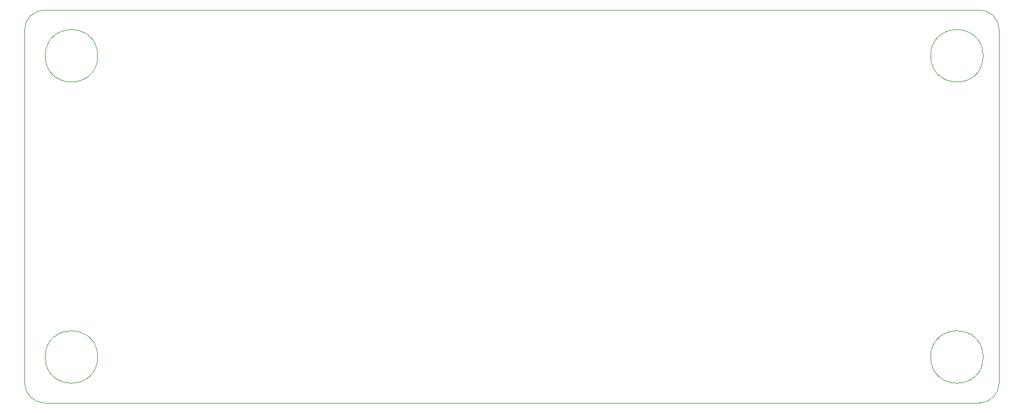
<source format=gbr>
%TF.GenerationSoftware,KiCad,Pcbnew,8.0.6*%
%TF.CreationDate,2025-04-09T11:05:23-07:00*%
%TF.ProjectId,SF_PCB_Rev1-2,53465f50-4342-45f5-9265-76312d322e6b,rev?*%
%TF.SameCoordinates,Original*%
%TF.FileFunction,Profile,NP*%
%FSLAX46Y46*%
G04 Gerber Fmt 4.6, Leading zero omitted, Abs format (unit mm)*
G04 Created by KiCad (PCBNEW 8.0.6) date 2025-04-09 11:05:23*
%MOMM*%
%LPD*%
G01*
G04 APERTURE LIST*
%TA.AperFunction,Profile*%
%ADD10C,0.100000*%
%TD*%
G04 APERTURE END LIST*
D10*
X206844999Y-54705359D02*
G75*
G02*
X198845001Y-54705359I-3999999J0D01*
G01*
X198845001Y-54705359D02*
G75*
G02*
X206844999Y-54705359I3999999J0D01*
G01*
X206285000Y-47705360D02*
G75*
G02*
X209285040Y-50705360I0J-3000040D01*
G01*
X206844999Y-100705360D02*
G75*
G02*
X198845001Y-100705360I-3999999J0D01*
G01*
X198845001Y-100705360D02*
G75*
G02*
X206844999Y-100705360I3999999J0D01*
G01*
X63715000Y-107705360D02*
G75*
G02*
X60715040Y-104705360I0J2999960D01*
G01*
X60715000Y-104705360D02*
X60715000Y-50705360D01*
X60715000Y-50705360D02*
G75*
G02*
X63715000Y-47705360I3000000J0D01*
G01*
X63715000Y-47705360D02*
X206285000Y-47705360D01*
X71844998Y-100705360D02*
G75*
G02*
X63845000Y-100705360I-3999999J0D01*
G01*
X63845000Y-100705360D02*
G75*
G02*
X71844998Y-100705360I3999999J0D01*
G01*
X71844998Y-54705359D02*
G75*
G02*
X63845000Y-54705359I-3999999J0D01*
G01*
X63845000Y-54705359D02*
G75*
G02*
X71844998Y-54705359I3999999J0D01*
G01*
X209285000Y-50705360D02*
X209285000Y-104705360D01*
X209285000Y-104705360D02*
G75*
G02*
X206285000Y-107705400I-3000000J-40D01*
G01*
X206285000Y-107705360D02*
X63715000Y-107705360D01*
M02*

</source>
